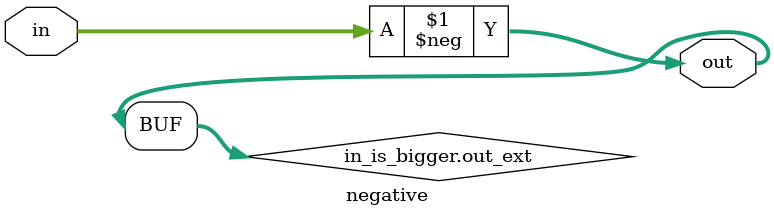
<source format=v>
`timescale 1ns / 1ps


module negative #(
    parameter BW_IN = 32,
    parameter BW_OUT = 32,
    parameter IN_SIGNED = 0
) (
    // verilator lint_off UNUSEDSIGNAL
    input  [ BW_IN-1:0] in,
    // verilator lint_off UNUSEDSIGNAL
    output [BW_OUT-1:0] out
);
  /* verilator lint_off WIDTHTRUNC */
  generate
    if (BW_IN < BW_OUT) begin : in_is_smaller
      wire [BW_OUT-1:0] in_ext;
      if (IN_SIGNED == 1) begin : is_signed
        assign in_ext = {{BW_OUT - BW_IN{in[BW_IN-1]}}, in};
      end else begin : is_unsigned
        assign in_ext = {{BW_OUT - BW_IN{1'b0}}, in};
      end
      assign out = -in_ext;
    end else begin : in_is_bigger
      wire [BW_IN-1:0] out_ext;
      assign out_ext = -in;
      assign out = out_ext[BW_OUT-1:0];
    end
  endgenerate
  /* verilator lint_on WIDTHTRUNC */
endmodule

</source>
